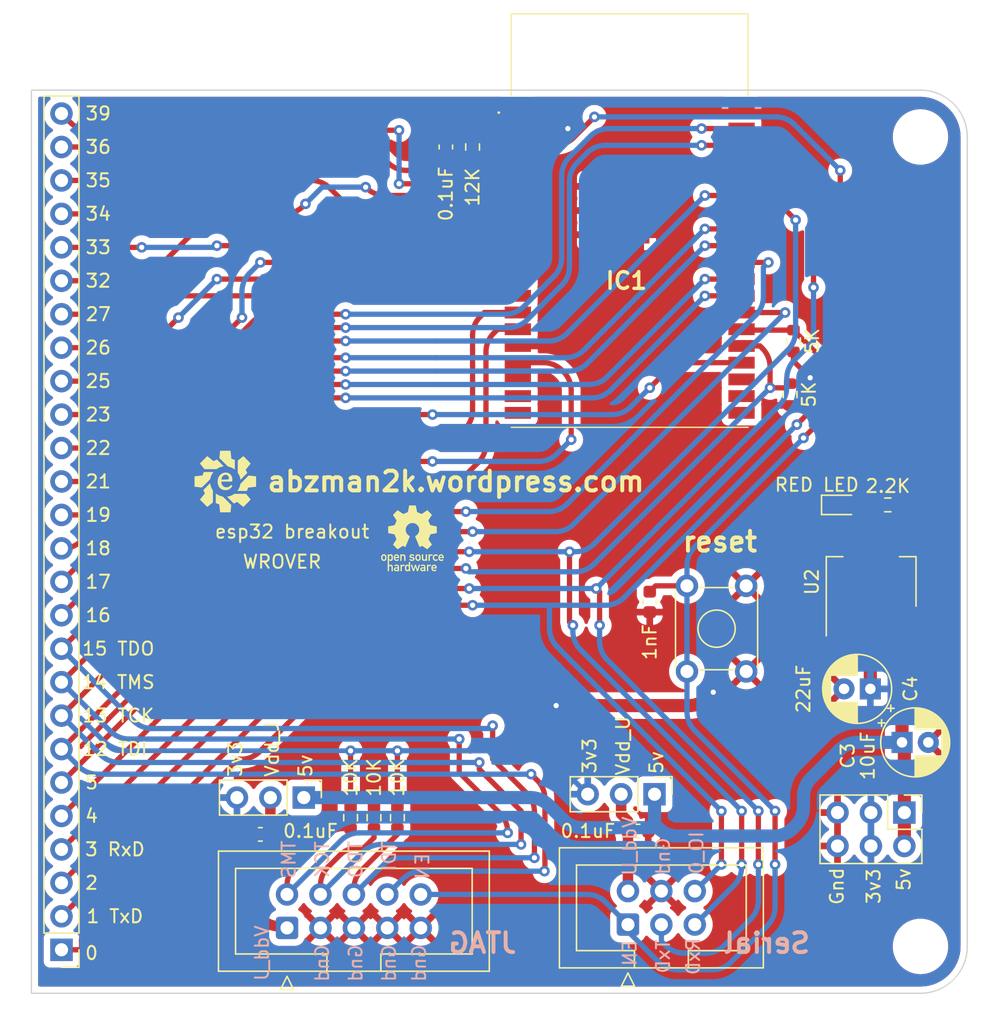
<source format=kicad_pcb>
(kicad_pcb (version 20211014) (generator pcbnew)
  (layers (0 "F.Cu" signal) (31 "B.Cu" signal) (34 "B.Paste" user) (35 "F.Paste" user) (36 "B.SilkS" user "B.Silkscreen") (37 "F.SilkS" user "F.Silkscreen") (38 "B.Mask" user) (39 "F.Mask" user) (44 "Edge.Cuts" user))
  (net 0 "")
  (net 1 "/ESP_EN")
  (net 2 "GND")
  (net 3 "/VDD_J")
  (net 4 "/VDD_5V")
  (net 5 "/VDD3V3")
  (net 6 "/VDD_U")
  (net 7 "Net-(D1-Pad2)")
  (net 8 "/ESP_IO14")
  (net 9 "/ESP_IO13")
  (net 10 "/ESP_IO15")
  (net 11 "/ESP_IO12")
  (net 12 "/ESP_IO1")
  (net 13 "/ESP_IO3")
  (net 14 "/ESP_IO0")
  (net 15 "/ESP_IO2")
  (net 16 "/ESP_IO4")
  (net 17 "/ESP_IO5")
  (net 18 "/ESP_IO16")
  (net 19 "/ESP_IO17")
  (net 20 "/ESP_IO18")
  (net 21 "/ESP_IO19")
  (net 22 "/ESP_IO21")
  (net 23 "/ESP_IO22")
  (net 24 "/ESP_IO23")
  (net 25 "/ESP_IO25")
  (net 26 "/ESP_IO26")
  (net 27 "/ESP_IO27")
  (net 28 "/ESP_IO32")
  (net 29 "/ESP_IO33")
  (net 30 "/ESP_IO34")
  (net 31 "/ESP_IO35")
  (net 32 "/ESP_IO36")
  (net 33 "/ESP_IO39")
  (footprint "Evan's misc parts:Evan Logo" (layer "F.Cu") (at 136.652 80.518)
    (fp_text reference "G***" hide)
    (fp_text value "LOGO" hide)
  )
  (footprint "Resistor_SMD:R_0603_1608Metric" (layer "F.Cu") (at 149.733 106.045 90)
    (fp_text reference "R6" hide)
    (fp_text value "10K")
  )
  (footprint "Capacitor_SMD:C_0603_1608Metric" (layer "F.Cu") (at 168.91 89.662 90)
    (fp_text reference "C6" hide)
    (fp_text value "1nF")
  )
  (footprint "Capacitor_SMD:C_0603_1608Metric" (layer "F.Cu") (at 168.021 107.061)
    (fp_text reference "C5" hide)
    (fp_text value "0.1uF")
  )
  (footprint "Evan's misc parts:OSHW gear" (layer "F.Cu") (at 150.876 84.836)
    (fp_text reference "G***" hide)
    (fp_text value "LOGO" hide)
  )
  (footprint "Connector_PinHeader_2.54mm:PinHeader_1x03_P2.54mm_Vertical" (layer "F.Cu") (at 142.621 104.521 -90)
    (fp_text reference "J1" hide)
    (fp_text value "Conn_01x03")
  )
  (footprint "Capacitor_SMD:C_0603_1608Metric" (layer "F.Cu") (at 139.319 107.315 180)
    (fp_text reference "C2" hide)
    (fp_text value "0.1uF")
  )
  (footprint "Connector_IDC:IDC-Header_2x05_P2.54mm_Vertical" (layer "F.Cu") (at 141.346 114.4175 90)
    (fp_text reference "J4" hide)
    (fp_text value "Conn_02x05_Odd_Even")
  )
  (footprint "MountingHole:MountingHole_3.2mm_M3" (layer "F.Cu") (at 189.484 115.824)
    (fp_text reference "H2" hide)
    (fp_text value "MountingHole")
  )
  (footprint "MountingHole:MountingHole_3.2mm_M3" (layer "F.Cu") (at 189.484 54.356)
    (fp_text reference "H1" hide)
    (fp_text value "MountingHole")
  )
  (footprint "Capacitor_THT:CP_Radial_D5.0mm_P2.00mm" (layer "F.Cu") (at 185.674 96.266 180)
    (fp_text reference "C4")
    (fp_text value "22uF")
  )
  (footprint "Connector_PinHeader_2.54mm:PinHeader_2x03_P2.54mm_Vertical" (layer "F.Cu") (at 188.259888 105.659 -90)
    (fp_text reference "J3" hide)
    (fp_text value "Conn_02x03_Odd_Even")
  )
  (footprint "Package_TO_SOT_SMD:SOT-223-3_TabPin2" (layer "F.Cu") (at 185.734888 88.138 90)
    (fp_text reference "U2")
    (fp_text value "LD1117S33TR_SOT223")
  )
  (footprint "Evan's misc parts:ESP32WROVEREM213EH6464PH3Q0" (layer "F.Cu") (at 167.386 60.706)
    (fp_text reference "IC1")
    (fp_text value "ESP32-WROVER-E_M213EH6464PH3Q0_" hide)
  )
  (footprint "Capacitor_SMD:C_0603_1608Metric" (layer "F.Cu") (at 153.416 55.118 90)
    (fp_text reference "C1" hide)
    (fp_text value "0.1uF")
  )
  (footprint "Capacitor_THT:CP_Radial_D5.0mm_P2.00mm" (layer "F.Cu") (at 188.081775 100.33)
    (fp_text reference "C3")
    (fp_text value "10uF")
  )
  (footprint "Resistor_SMD:R_0603_1608Metric" (layer "F.Cu") (at 155.448 55.118 -90)
    (fp_text reference "R1" hide)
    (fp_text value "12K")
  )
  (footprint "LED_SMD:LED_0603_1608Metric" (layer "F.Cu") (at 183.448888 82.296)
    (fp_text reference "D1" hide)
    (fp_text value "RED LED")
  )
  (footprint "Resistor_SMD:R_0603_1608Metric" (layer "F.Cu") (at 179.578 73.914 90)
    (fp_text reference "R9" hide)
    (fp_text value "5K")
  )
  (footprint "Resistor_SMD:R_0603_1608Metric" (layer "F.Cu") (at 147.955 106.045 90)
    (fp_text reference "R3" hide)
    (fp_text value "10K")
  )
  (footprint "Resistor_SMD:R_0603_1608Metric" (layer "F.Cu") (at 146.177 106.045 90)
    (fp_text reference "R2" hide)
    (fp_text value "10K")
  )
  (footprint "Connector_IDC:IDC-Header_2x03_P2.54mm_Vertical" (layer "F.Cu") (at 167.254 114.1635 90)
    (fp_text reference "J5" hide)
    (fp_text value "Conn_02x03_Odd_Even")
  )
  (footprint "Connector_PinHeader_2.54mm:PinHeader_1x03_P2.54mm_Vertical" (layer "F.Cu") (at 169.276 104.267 -90)
    (fp_text reference "J2" hide)
    (fp_text value "Conn_01x03")
  )
  (footprint "Resistor_SMD:R_0603_1608Metric" (layer "F.Cu") (at 187.004888 82.296 180)
    (fp_text reference "R4" hide)
    (fp_text value "2.2K")
  )
  (footprint "Resistor_SMD:R_0603_1608Metric" (layer "F.Cu") (at 179.832 69.85 90)
    (fp_text reference "R5" hide)
    (fp_text value "5K")
  )
  (footprint "Button_Switch_THT:SW_TH_Tactile_Omron_B3F-10xx" (layer "F.Cu") (at 176.24 88.444 -90)
    (fp_text reference "SW1" hide)
    (fp_text value "SW_MEC_5E")
  )
  (footprint "Connector_PinHeader_2.54mm:PinHeader_1x26_P2.54mm_Vertical" (layer "F.Cu") (at 124.206 116.078 180)
    (fp_text reference "J6" hide)
    (fp_text value "Conn_01x26")
  )
  (gr_arc (start 193.04 115.824) (mid 191.998472 118.338472) (end 189.484 119.38) (layer "Edge.Cuts") (width 0.1))
  (gr_line (start 189.484 50.8) (end 121.92 50.8) (layer "Edge.Cuts") (width 0.1))
  (gr_line (start 193.04 115.824) (end 193.04 54.356) (layer "Edge.Cuts") (width 0.1))
  (gr_line (start 121.92 50.8) (end 121.92 119.38) (layer "Edge.Cuts") (width 0.1))
  (gr_line (start 121.92 119.38) (end 189.484 119.38) (layer "Edge.Cuts") (width 0.1))
  (gr_arc (start 189.484 50.8) (mid 191.998472 51.841528) (end 193.04 54.356) (layer "Edge.Cuts") (width 0.1))
  (gr_text "Vdd_U" (at 167.386 108.204 90) (layer "B.SilkS") (effects (font (size 1 1)) (justify mirror)))
  (gr_text "IO_0" (at 172.466 108.712 90) (layer "B.SilkS") (effects (font (size 1 1)) (justify mirror)))
  (gr_text "Gnd" (at 144.018 117.094 90) (layer "B.SilkS") (effects (font (size 1 1)) (justify mirror)))
  (gr_text "Gnd" (at 169.926 108.966 90) (layer "B.SilkS") (effects (font (size 1 1)) (justify mirror)))
  (gr_text "TCK" (at 144.018 109.22 90) (layer "B.SilkS") (effects (font (size 1 1)) (justify mirror)))
  (gr_text "EN" (at 151.638 109.728 90) (layer "B.SilkS") (effects (font (size 1 1)) (justify mirror)))
  (gr_text "Gnd" (at 146.558 117.094 90) (layer "B.SilkS") (effects (font (size 1 1)) (justify mirror)))
  (gr_text "TMS" (at 141.478 109.22 90) (layer "B.SilkS") (effects (font (size 1 1)) (justify mirror)))
  (gr_text "RxD" (at 172.212 116.586 90) (layer "B.SilkS") (effects (font (size 1 1)) (justify mirror)))
  (gr_text "Gnd" (at 151.384 117.094 90) (layer "B.SilkS") (effects (font (size 1 1)) (justify mirror)))
  (gr_text "TDO" (at 146.558 109.22 90) (layer "B.SilkS") (effects (font (size 1 1)) (justify mirror)))
  (gr_text "Vdd_J" (at 139.446 116.332 90) (layer "B.SilkS") (effects (font (size 1 1)) (justify mirror)))
  (gr_text "Serial" (at 177.8 115.57) (layer "B.SilkS") (effects (font (size 1.5 1.5) (thickness 0.3)) (justify mirror)))
  (gr_text "EN" (at 167.386 116.332 90) (layer "B.SilkS") (effects (font (size 1 1)) (justify mirror)))
  (gr_text "JTAG" (at 156.21 115.57) (layer "B.SilkS") (effects (font (size 1.5 1.5) (thickness 0.3)) (justify mirror)))
  (gr_text "Gnd" (at 149.098 117.094 90) (layer "B.SilkS") (effects (font (size 1 1)) (justify mirror)))
  (gr_text "TxD" (at 169.926 116.586 90) (layer "B.SilkS") (effects (font (size 1 1)) (justify mirror)))
  (gr_text "TDI" (at 149.098 108.966 90) (layer "B.SilkS") (effects (font (size 1 1)) (justify mirror)))
  (gr_text "3 RxD" (at 128.27 108.458) (layer "F.SilkS") (effects (font (size 1 1))))
  (gr_text "23" (at 127 75.438) (layer "F.SilkS") (effects (font (size 1 1))))
  (gr_text "27" (at 127 67.818) (layer "F.SilkS") (effects (font (size 1 1))))
  (gr_text "2" (at 126.492 110.998) (layer "F.SilkS") (effects (font (size 1 1))))
  (gr_text "abzman2k.wordpress.com" (at 154.178 80.518) (layer "F.SilkS") (effects (font (size 1.5 1.5) (thickness 0.3))))
  (gr_text "Vdd_U" (at 166.878 100.584 90) (layer "F.SilkS") (effects (font (size 1 1))))
  (gr_text "esp32 breakout" (at 141.732 84.328) (layer "F.SilkS") (effects (font (size 1 1))))
  (gr_text "WROVER" (at 140.97 86.614) (layer "F.SilkS") (effects (font (size 1 1))))
  (gr_text "33" (at 127 62.738) (layer "F.SilkS") (effects (font (size 1 1))))
  (gr_text "19" (at 127 83.058) (layer "F.SilkS") (effects (font (size 1 1))))
  (gr_text "26" (at 127 70.358) (layer "F.SilkS") (effects (font (size 1 1))))
  (gr_text "5v" (at 169.418 101.854 90) (layer "F.SilkS") (effects (font (size 1 1))))
  (gr_text "18" (at 127 85.598) (layer "F.SilkS") (effects (font (size 1 1))))
  (gr_text "22" (at 127 77.978) (layer "F.SilkS") (effects (font (size 1 1))))
  (gr_text "4" (at 126.492 105.918) (layer "F.SilkS") (effects (font (size 1 1))))
  (gr_text "17" (at 127 88.138) (layer "F.SilkS") (effects (font (size 1 1))))
  (gr_text "13 TCK" (at 128.524 98.298) (layer "F.SilkS") (effects (font (size 1 1))))
  (gr_text "21" (at 127 80.518) (layer "F.SilkS") (effects (font (size 1 1))))
  (gr_text "12 TDI" (at 128.27 100.838) (layer "F.SilkS") (effects (font (size 1 1))))
  (gr_text "25" (at 127 72.898) (layer "F.SilkS") (effects (font (size 1 1))))
  (gr_text "35" (at 127 57.658) (layer "F.SilkS") (effects (font (size 1 1))))
  (gr_text "reset" (at 174.244 85.09) (layer "F.SilkS") (effects (font (size 1.5 1.5) (thickness 0.3))))
  (gr_text "5v" (at 188.214 110.744 90) (layer "F.SilkS") (effects (font (size 1 1))))
  (gr_text "5" (at 126.492 103.378) (layer "F.SilkS") (effects (font (size 1 1))))
  (gr_text "14 TMS" (at 128.524 95.758) (layer "F.SilkS") (effects (font (size 1 1))))
  (gr_text "0" (at 126.492 116.332) (layer "F.SilkS") (effects (font (size 1 1))))
  (gr_text "16" (at 127 90.678) (layer "F.SilkS") (effects (font (size 1 1))))
  (gr_text "Gnd" (at 183.134 111.252 90) (layer "F.SilkS") (effects (font (size 1 1))))
  (gr_text "36" (at 127 55.118) (layer "F.SilkS") (effects (font (size 1 1))))
  (gr_text "3v3" (at 137.414 101.6 90) (layer "F.SilkS") (effects (font (size 1 1))))
  (gr_text "15 TDO" (at 128.524 93.218) (layer "F.SilkS") (effects (font (size 1 1))))
  (gr_text "5v" (at 142.748 102.108 90) (layer "F.SilkS") (effects (font (size 1 1))))
  (gr_text "1 TxD" (at 128.27 113.538) (layer "F.SilkS") (effects (font (size 1 1))))
  (gr_text "39" (at 127 52.578) (layer "F.SilkS") (effects (font (size 1 1))))
  (gr_text "3v3" (at 164.338 101.346 90) (layer "F.SilkS") (effects (font (size 1 1))))
  (gr_text "34" (at 127 60.198) (layer "F.SilkS") (effects (font (size 1 1))))
  (gr_text "3v3" (at 185.928 111.252 90) (layer "F.SilkS") (effects (font (size 1 1))))
  (gr_text "32" (at 127 65.278) (layer "F.SilkS") (effects (font (size 1 1))))
  (gr_text "Vdd_J" (at 140.208 100.838 90) (layer "F.SilkS") (effects (font (size 1 1))))
  (segment (start 183.388 56.896) (end 183.388 66.04) (width 0.4) (layer "F.Cu") (net 1))
  (segment (start 164.70668 52.832) (end 163.133467 54.405213) (width 0.4) (layer "F.Cu") (net 1))
  (segment (start 178.435 106.299) (end 178.435 105.537) (width 0.4) (layer "F.Cu") (net 1))
  (segment (start 156.513214 55.576786) (end 156.147 55.943) (width 0.4) (layer "F.Cu") (net 1))
  (segment (start 178.435 109.601) (end 178.435 106.299) (width 0.4) (layer "F.Cu") (net 1))
  (segment (start 171.74 88.444) (end 169.353 88.444) (width 0.4) (layer "F.Cu") (net 1))
  (segment (start 153.466 55.943) (end 153.416 55.893) (width 0.4) (layer "F.Cu") (net 1))
  (segment (start 169.353 88.444) (end 168.91 88.887) (width 0.4) (layer "F.Cu") (net 1))
  (segment (start 156.147 55.943) (end 155.448 55.943) (width 0.4) (layer "F.Cu") (net 1))
  (segment (start 183.388 66.04) (end 183.388 73.593573) (width 0.4) (layer "F.Cu") (net 1))
  (segment (start 161.719253 54.991) (end 157.927427 54.991) (width 0.4) (layer "F.Cu") (net 1))
  (segment (start 155.448 55.943) (end 153.466 55.943) (width 0.4) (layer "F.Cu") (net 1))
  (segment (start 182.802213 75.007787) (end 180.594 77.216) (width 0.4) (layer "F.Cu") (net 1))
  (via (at 183.388 56.896) (size 0.8) (drill 0.4) (layers "F.Cu" "B.Cu") (net 1))
  (via (at 178.435 105.537) (size 0.8) (drill 0.4) (layers "F.Cu" "B.Cu") (net 1))
  (via (at 164.70668 52.832) (size 0.8) (drill 0.4) (layers "F.Cu" "B.Cu") (net 1))
  (via (at 180.594 77.216) (size 0.8) (drill 0.4) (layers "F.Cu" "B.Cu") (net 1))
  (via (at 178.435 109.601) (size 0.8) (drill 0.4) (layers "F.Cu" "B.Cu") (net 1))
  (arc (start 157.927427 54.991) (mid 157.16206 55.143241) (end 156.513214 55.576786) (width 0.4) (layer "F.Cu") (net 1))
  (arc (start 183.388 73.593573) (mid 183.235759 74.35894) (end 182.802213 75.007787) (width 0.4) (layer "F.Cu") (net 1))
  (arc (start 163.133467 54.405213) (mid 162.48462 54.838759) (end 161.719253 54.991) (width 0.4) (layer "F.Cu") (net 1))
  (segment (start 171.74 88.444) (end 171.74 86.898427) (width 0.4) (layer "B.Cu") (net 1))
  (segment (start 178.435 109.601) (end 178.435 112.836573) (width 0.4) (layer "B.Cu") (net 1))
  (segment (start 165.553787 112.463287) (end 167.254 114.1635) (width 0.4) (layer "B.Cu") (net 1))
  (segment (start 175.083787 117.016213) (end 177.849214 114.250786) (width 0.4) (layer "B.Cu") (net 1))
  (segment (start 171.74 94.944) (end 171.74 88.444) (width 0.4) (layer "B.Cu") (net 1))
  (segment (start 167.254 114.676) (end 169.594214 117.016214) (width 0.4) (layer "B.Cu") (net 1))
  (segment (start 171.008427 117.602) (end 173.669573 117.602) (width 0.4) (layer "B.Cu") (net 1))
  (segment (start 151.506 111.8775) (end 164.139573 111.8775) (width 0.4) (layer "B.Cu") (net 1))
  (segment (start 179.909787 53.417787) (end 181.61 55.118) (width 0.4) (layer "B.Cu") (net 1))
  (segment (start 164.70668 52.832) (end 178.495573 52.832) (width 0.4) (layer "B.Cu") (net 1))
  (segment (start 172.325787 85.484213) (end 180.594 77.216) (width 0.4) (layer "B.Cu") (net 1))
  (segment (start 171.74 98.013573) (end 171.74 94.944) (width 0.4) (layer "B.Cu") (net 1))
  (segment (start 181.61 55.118) (end 183.388 56.896) (width 0.4) (layer "B.Cu") (net 1))
  (segment (start 178.435 105.537) (end 172.325786 99.427786) (width 0.4) (layer "B.Cu") (net 1))
  (segment (start 167.254 114.1635) (end 167.254 114.676) (width 0.4) (layer "B.Cu") (net 1))
  (arc (start 164.139573 111.8775) (mid 164.90494 112.029741) (end 165.553787 112.463287) (width 0.4) (layer "B.Cu") (net 1))
  (arc (start 172.325786 99.427786) (mid 171.892241 98.77894) (end 171.74 98.013573) (width 0.4) (layer "B.Cu") (net 1))
  (arc (start 172.325787 85.484213) (mid 171.892241 86.13306) (end 171.74 86.898427) (width 0.4) (layer "B.Cu") (net 1))
  (arc (start 173.669573 117.602) (mid 174.43494 117.449759) (end 175.083787 117.016213) (width 0.4) (layer "B.Cu") (net 1))
  (arc (start 178.495573 52.832) (mid 179.26094 52.984241) (end 179.909787 53.417787) (width 0.4) (layer "B.Cu") (net 1))
  (arc (start 169.594214 117.016214) (mid 170.24306 117.449759) (end 171.008427 117.602) (width 0.4) (layer "B.Cu") (net 1))
  (arc (start 178.435 112.836573) (mid 178.282759 113.60194) (end 177.849214 114.250786) (width 0.4) (layer "B.Cu") (net 1))
  (segment (start 139.396787 110.031213) (end 139.508214 109.919786) (width 0.8) (layer "F.Cu") (net 3))
  (segment (start 139.368213 113.714213) (end 138.811 113.157) (width 0.8) (layer "F.Cu") (net 3))
  (segment (start 140.081 104.521) (end 140.081 107.302) (width 0.8) (layer "F.Cu") (net 3))
  (segment (start 140.081 107.302) (end 140.094 107.315) (width 0.8) (layer "F.Cu") (net 3))
  (segment (start 138.811 113.157) (end 138.811 111.445427) (width 0.8) (layer "F.Cu") (net 3))
  (segment (start 141.2285 114.3) (end 140.782427 114.3) (width 0.8) (layer "F.Cu") (net 3))
  (segment (start 140.094 108.505573) (end 140.094 107.315) (width 0.8) (layer "F.Cu") (net 3))
  (arc (start 140.094 108.505573) (mid 139.941759 109.27094) (end 139.508214 109.919786) (width 0.8) (layer "F.Cu") (net 3))
  (arc (start 138.811 111.445427) (mid 138.963241 110.68006) (end 139.396787 110.031213) (width 0.8) (layer "F.Cu") (net 3))
  (arc (start 140.782427 114.3) (mid 140.01706 114.147759) (end 139.368213 113.714213) (width 0.8) (layer "F.Cu") (net 3))
  (segment (start 188.081775 91.334887) (end 188.034888 91.288) (width 1) (layer "F.Cu") (net 4))
  (segment (start 188.259888 105.659) (end 188.259888 100.508113) (width 1) (layer "F.Cu") (net 4))
  (segment (start 188.259888 100.508113) (end 188.081775 100.33) (width 1) (layer "F.Cu") (net 4))
  (segment (start 188.081775 100.33) (end 188.081775 91.334887) (width 1) (layer "F.Cu") (net 4))
  (segment (start 188.259888 108.199) (end 188.259888 105.659) (width 1) (layer "F.Cu") (net 4))
  (segment (start 181.179787 103.046213) (end 183.310214 100.915786) (width 1) (layer "B.Cu") (net 4))
  (segment (start 179.792287 106.85526) (end 180.008214 106.639333) (width 1) (layer "B.Cu") (net 4))
  (segment (start 180.594 105.22512) (end 180.594 104.460427) (width 1) (layer "B.Cu") (net 4))
  (segment (start 169.59326 106.85526) (end 169.276 106.538) (width 1) (layer "B.Cu") (net 4))
  (segment (start 169.007 106.807) (end 169.276 106.538) (width 1) (layer "B.Cu") (net 4))
  (segment (start 169.276 104.267) (end 169.276 106.538) (width 1) (layer "B.Cu") (net 4))
  (segment (start 142.621 104.521) (end 159.826573 104.521) (width 1) (layer "B.Cu") (net 4))
  (segment (start 184.724427 100.33) (end 188.081775 100.33) (width 1) (layer "B.Cu") (net 4))
  (segment (start 163.769427 106.807) (end 169.007 106.807) (width 1) (layer "B.Cu") (net 4))
  (segment (start 161.240787 105.106787) (end 162.355214 106.221214) (width 1) (layer "B.Cu") (net 4))
  (segment (start 178.378073 107.441047) (end 171.007474 107.441047) (width 1) (layer "B.Cu") (net 4))
  (arc (start 180.594 105.22512) (mid 180.441759 105.990487) (end 180.008214 106.639333) (width 1) (layer "B.Cu") (net 4))
  (arc (start 169.59326 106.85526) (mid 170.242107 107.288806) (end 171.007474 107.441047) (width 1) (layer "B.Cu") (net 4))
  (arc (start 159.826573 104.521) (mid 160.59194 104.673241) (end 161.240787 105.106787) (width 1) (layer "B.Cu") (net 4))
  (arc (start 184.724427 100.33) (mid 183.95906 100.482241) (end 183.310214 100.915786) (width 1) (layer "B.Cu") (net 4))
  (arc (start 180.594 104.460427) (mid 180.746241 103.69506) (end 181.179787 103.046213) (width 1) (layer "B.Cu") (net 4))
  (arc (start 178.378073 107.441047) (mid 179.14344 107.288806) (end 179.792287 106.85526) (width 1) (layer "B.Cu") (net 4))
  (arc (start 163.769427 106.807) (mid 163.00406 106.654759) (end 162.355214 106.221214) (width 1) (layer "B.Cu") (net 4))
  (segment (start 161.798 97.536) (end 171.891573 97.536) (width 1) (layer "F.Cu") (net 5))
  (segment (start 158.886 53.721) (end 162.687 53.721) (width 0.4) (layer "F.Cu") (net 5))
  (segment (start 185.674 96.266) (end 185.674 91.348888) (width 1) (layer "F.Cu") (net 5))
  (segment (start 146.177 105.22) (end 146.177 100.965) (width 0.4) (layer "F.Cu") (net 5))
  (segment (start 185.674 91.348888) (end 185.734888 91.288) (width 1) (layer "F.Cu") (net 5))
  (segment (start 185.734888 91.288) (end 185.734888 84.988) (width 1) (layer "F.Cu") (net 5))
  (segment (start 187.829888 82.296) (end 187.829888 82.893) (width 0.4) (layer "F.Cu") (net 5))
  (segment (start 158.886 53.721) (end 156.02 53.721) (width 0.4) (layer "F.Cu") (net 5))
  (segment (start 179.832 71.374) (end 181.102 72.644) (width 0.4) (layer "F.Cu") (net 5))
  (segment (start 187.829888 82.893) (end 185.734888 84.988) (width 0.4) (layer "F.Cu") (net 5))
  (segment (start 149.733 105.22) (end 149.733 100.965) (width 0.4) (layer "F.Cu") (net 5))
  (segment (start 173.305787 96.950213) (end 173.736 96.52) (width 1) (layer "F.Cu") (net 5))
  (segment (start 156.02 53.721) (end 155.448 54.293) (width 0.4) (layer "F.Cu") (net 5))
  (segment (start 179.832 70.675) (end 179.832 71.374) (width 0.4) (layer "F.Cu") (net 5))
  (via (at 181.102 72.644) (size 0.8) (drill 0.4) (layers "F.Cu" "B.Cu") (net 5))
  (via (at 173.736 96.52) (size 0.8) (drill 0.4) (layers "F.Cu" "B.Cu") (net 5))
  (via (at 146.177 100.965) (size 0.8) (drill 0.4) (layers "F.Cu" "B.Cu") (net 5))
  (via (at 149.733 100.965) (size 0.8) (drill 0.4) (layers "F.Cu" "B.Cu") (net 5))
  (via (at 161.798 97.536) (size 0.8) (drill 0.4) (layers "F.Cu" "B.Cu") (net 5))
  (via (at 162.687 53.721) (size 0.8) (drill 0.4) (layers "F.Cu" "B.Cu") (net 5))
  (arc (start 173.305787 96.950213) (mid 172.65694 97.383759) (end 171.891573 97.536) (width 1) (layer "F.Cu") (net 5))
  (segment (start 161.479787 101.550787) (end 162.0445 102.1155) (width 0.4) (layer "B.Cu") (net 5))
  (segment (start 146.177 100.965) (end 149.733 100.965) (width 0.4) (layer "B.Cu") (net 5))
  (segment (start 162.0445 102.1155) (end 164.196 104.267) (width 0.4) (layer "B.Cu") (net 5))
  (segment (start 149.733 100.965) (end 160.065573 100.965) (width 0.4) (layer "B.Cu") (net 5))
  (arc (start 161.479787 101.550787) (mid 160.83094 101.117241) (end 160.065573 100.965) (width 0.4) (layer "B.Cu") (net 5))
  (segment (start 167.254 111.6235) (end 167.254 107.069) (width 0.8) (layer "F.Cu") (net 6))
  (segment (start 166.736 105.776) (end 166.736 104.267) (width 0.8) (layer "F.Cu") (net 6))
  (segment (start 167.254 107.069) (end 167.246 107.061) (width 0.8) (layer "F.Cu") (net 6))
  (segment (start 167.246 106.286) (end 166.736 105.776) (width 0.8) (layer "F.Cu") (net 6))
  (segment (start 167.246 107.061) (end 167.246 106.286) (width 0.8) (layer "F.Cu") (net 6))
  (segment (start 184.236388 82.296) (end 186.179888 82.296) (width 0.4) (layer "F.Cu") (net 7))
  (segment (start 156.033787 67.994213) (end 156.342 67.686) (width 0.4) (layer "F.Cu") (net 8))
  (segment (start 154.432 102.616) (end 154.432 101.854) (width 0.4) (layer "F.Cu") (net 8))
  (segment (start 154.432 101.092) (end 154.432 100.838) (width 0.4) (layer "F.Cu") (net 8))
  (segment (start 154.432 101.854) (end 154.432 101.092) (width 0.4) (layer "F.Cu") (net 8))
  (segment (start 154.763787 76.630213) (end 154.862214 76.531786) (width 0.4) (layer "F.Cu") (net 8))
  (segment (start 156.342 67.686) (end 158.886 67.686) (width 0.4) (layer "F.Cu") (net 8))
  (segment (start 154.432 100.838) (end 154.432 100.33) (width 0.4) (layer "F.Cu") (net 8))
  (segment (start 141.346 111.8775) (end 141.346 111.196427) (width 0.4) (layer "F.Cu") (net 8))
  (segment (start 155.448 75.117573) (end 155.448 69.408427) (width 0.4) (layer "F.Cu") (net 8))
  (segment (start 154.559 102.743) (end 154.432 102.616) (width 0.4) (layer "F.Cu") (net 8))
  (segment (start 154.432 100.33) (end 154.432 100.076) (width 0.4) (layer "F.Cu") (net 8))
  (segment (start 145.672427 106.87) (end 146.177 106.87) (width 0.4) (layer "F.Cu") (net 8))
  (segment (start 158.115 107.19852) (end 158.115 107.127427) (width 0.4) (layer "F.Cu") (net 8))
  (segment (start 141.931787 109.782213) (end 144.258214 107.455786) (width 0.4) (layer "F.Cu") (net 8))
  (segment (start 142.162213 77.801787) (end 124.206 95.758) (width 0.4) (layer "F.Cu") (net 8))
  (segment (start 143.576427 77.216) (end 153.349573 77.216) (width 0.4) (layer "F.Cu") (net 8))
  (segment (start 157.529213 105.713213) (end 154.559 102.743) (width 0.4) (layer "F.Cu") (net 8))
  (via (at 158.115 107.19852) (size 0.8) (drill 0.4) (layers "F.Cu" "B.Cu") (net 8))
  (via (at 154.432 100.076) (size 0.8) (drill 0.4) (layers "F.Cu" "B.Cu") (net 8))
  (arc (start 154.763787 76.630213) (mid 154.11494 77.063759) (end 153.349573 77.216) (width 0.4) (layer "F.Cu") (net 8))
  (arc (start 141.346 111.196427) (mid 141.498241 110.43106) (end 141.931787 109.782213) (width 0.4) (layer "F.Cu") (net 8))
  (arc (start 144.258214 107.455786) (mid 144.90706 107.022241) (end 145.672427 106.87) (width 0.4) (layer "F.Cu") (net 8))
  (arc (start 154.862214 76.531786) (mid 155.295759 75.88294) (end 155.448 75.117573) (width 0.4) (layer "F.Cu") (net 8))
  (arc (start 143.576427 77.216) (mid 142.81106 77.368241) (end 142.162213 77.801787) (width 0.4) (layer "F.Cu") (net 8))
  (arc (start 156.033787 67.994213) (mid 155.600241 68.64306) (end 155.448 69.408427) (width 0.4) (layer "F.Cu") (net 8))
  (arc (start 158.115 107.127427) (mid 157.962759 106.36206) (end 157.529213 105.713213) (width 0.4) (layer "F.Cu") (net 8))
  (segment (start 154.432 100.076) (end 129.352427 100.076) (width 0.4) (layer "B.Cu") (net 8))
  (segment (start 127.938213 99.490213) (end 124.206 95.758) (width 0.4) (layer "B.Cu") (net 8))
  (segment (start 141.346 111.8775) (end 145.439194 107.784306) (width 0.4) (layer "B.Cu") (net 8))
  (segment (start 146.853407 107.19852) (end 158.115 107.19852) (width 0.4) (layer "B.Cu") (net 8))
  (arc (start 129.352427 100.076) (mid 128.58706 99.923759) (end 127.938213 99.490213) (width 0.4) (layer "B.Cu") (net 8))
  (arc (start 145.439194 107.784306) (mid 146.08804 107.350761) (end 146.853407 107.19852) (width 0.4) (layer "B.Cu") (net 8))
  (segment (start 143.886 111.8775) (end 143.886 111.196427) (width 0.4) (layer "F.Cu") (net 9))
  (segment (start 155.956 102.362) (end 155.956 101.854) (width 0.4) (layer "F.Cu") (net 9))
  (segment (start 142.924213 79.579787) (end 124.206 98.298) (width 0.4) (layer "F.Cu") (net 9))
  (segment (start 156.337 102.743) (end 155.956 102.362) (width 0.4) (layer "F.Cu") (net 9))
  (segment (start 159.131 108.077) (end 159.131 105.537) (width 0.4) (layer "F.Cu") (net 9))
  (segment (start 162.355213 72.185213) (end 162.251786 72.081786) (width 0.4) (layer "F.Cu") (net 9))
  (segment (start 162.941 77.343) (end 162.941 73.599427) (width 0.4) (layer "F.Cu") (net 9))
  (segment (start 160.837573 71.496) (end 159.48552 71.496) (width 0.4) (layer "F.Cu") (net 9))
  (segment (start 147.193 108.331) (end 147.955 107.569) (width 0.4) (layer "F.Cu") (net 9))
  (segment (start 147.955 107.569) (end 147.955 106.87) (width 0.4) (layer "F.Cu") (net 9))
  (segment (start 158.75 105.156) (end 156.464 102.87) (width 0.4) (layer "F.Cu") (net 9))
  (segment (start 144.338427 78.994) (end 152.4 78.994) (width 0.4) (layer "F.Cu") (net 9))
  (segment (start 156.464 102.87) (end 156.337 102.743) (width 0.4) (layer "F.Cu") (net 9))
  (segment (start 144.471787 109.782213) (end 145.337214 108.916786) (width 0.4) (layer "F.Cu") (net 9))
  (segment (start 146.751427 108.331) (end 147.193 108.331) (width 0.4) (layer "F.Cu") (net 9))
  (segment (start 159.131 105.537) (end 158.75 105.156) (width 0.4) (layer "F.Cu") (net 9))
  (via (at 152.4 78.994) (size 0.8) (drill 0.4) (layers "F.Cu" "B.Cu") (net 9))
  (via (at 162.941 77.343) (size 0.8) (drill 0.4) (layers "F.Cu" "B.Cu") (net 9))
  (via (at 159.131 108.077) (size 0.8) (drill 0.4) (layers "F.Cu" "B.Cu") (net 9))
  (via (at 155.956 101.854) (size 0.8) (drill 0.4) (layers "F.Cu" "B.Cu") (net 9))
  (arc (start 146.751427 108.331) (mid 145.98606 108.483241) (end 145.337214 108.916786) (width 0.4) (layer "F.Cu") (net 9))
  (arc (start 162.251786 72.081786) (mid 161.60294 71.648241) (end 160.837573 71.496) (width 0.4) (layer "F.Cu") (net 9))
  (arc (start 162.355213 72.185213) (mid 162.788759 72.83406) (end 162.941 73.599427) (width 0.4) (layer "F.Cu") (net 9))
  (arc (start 143.886 111.196427) (mid 144.038241 110.43106) (end 144.471787 109.782213) (width 0.4) (layer "F.Cu") (net 9))
  (arc (start 144.338427 78.994) (mid 143.57306 79.146241) (end 142.924213 79.579787) (width 0.4) (layer "F.Cu") (net 9))
  (segment (start 143.886 111.8775) (end 147.100714 108.662786) (width 0.4) (layer "B.Cu") (net 9))
  (segment (start 160.461573 78.994) (end 152.4 78.994) (width 0.4) (layer "B.Cu") (net 9))
  (segment (start 148.514927 108.077) (end 159.131 108.077) (width 0.4) (layer "B.Cu") (net 9))
  (segment (start 155.956 101.854) (end 128.590427 101.854) (width 0.4) (layer "B.Cu") (net 9))
  (segment (start 127.176213 101.268213) (end 124.206 98.298) (width 0.4) (layer "B.Cu") (net 9))
  (segment (start 162.941 77.343) (end 161.875786 78.408214) (width 0.4) (layer "B.Cu") (net 9))
  (arc (start 128.590427 101.854) (mid 127.82506 101.701759) (end 127.176213 101.268213) (width 0.4) (layer "B.Cu") (net 9))
  (arc (start 147.100714 108.662786) (mid 147.74956 108.229241) (end 148.514927 108.077) (width 0.4) (layer "B.Cu") (net 9))
  (arc (start 161.875786 78.408214) (mid 161.22694 78.841759) (end 160.461573 78.994) (width 0.4) (layer "B.Cu") (net 9))
  (segment (start 158.115 102.743) (end 157.48 102.108) (width 0.4) (layer "F.Cu") (net 10))
  (segment (start 146.426 111.8775) (end 146.426 111.450427) (width 0.4) (layer "F.Cu") (net 10))
  (segment (start 147.011787 110.036213) (end 149.733 107.315) (width 0.4) (layer "F.Cu") (net 10))
  (segment (start 141.400213 76.023787) (end 124.206 93.218) (width 0.4) (layer "F.Cu") (net 10))
  (segment (start 156.972 101.6) (end 156.972 99.06) (width 0.4) (layer "F.Cu") (net 10))
  (segment (start 171.648427 71.496) (end 175.886 71.496) (width 0.4) (layer "F.Cu") (net 10))
  (segment (start 159.561213 104.189213) (end 158.115 102.743) (width 0.4) (layer "F.Cu") (net 10))
  (segment (start 142.814427 75.438) (end 152.4 75.438) (width 0.4) (layer "F.Cu") (net 10))
  (segment (start 160.147 109.093) (end 160.147 105.603427) (width 0.4) (layer "F.Cu") (net 10))
  (segment (start 157.48 102.108) (end 156.972 101.6) (width 0.4) (layer "F.Cu") (net 10))
  (segment (start 149.733 107.315) (end 149.733 106.87) (width 0.4) (layer "F.Cu") (net 10))
  (segment (start 170.234213 72.081787) (end 168.91 73.406) (width 0.4) (layer "F.Cu") (net 10))
  (via (at 160.147 109.093) (size 0.8) (drill 0.4) (layers "F.Cu" "B.Cu") (net 10))
  (via (at 168.91 73.406) (size 0.8) (drill 0.4) (layers "F.Cu" "B.Cu") (net 10))
  (via (at 156.972 99.06) (size 0.8) (drill 0.4) (layers "F.Cu" "B.Cu") (net 10))
  (via (at 152.4 75.438) (size 0.8) (drill 0.4) (layers "F.Cu" "B.Cu") (net 10))
  (arc (start 141.400213 76.023787) (mid 142.04906 75.590241) (end 142.814427 75.438) (width 0.4) (layer "F.Cu") (net 10))
  (arc (start 159.561213 104.189213) (mid 159.994759 104.83806) (end 160.147 105.603427) (width 0.4) (layer "F.Cu") (net 10))
  (arc (start 146.426 111.450427) (mid 146.578241 110.68506) (end 147.011787 110.036213) (width 0.4) (layer "F.Cu") (net 10))
  (arc (start 170.234213 72.081787) (mid 170.88306 71.648241) (end 171.648427 71.496) (width 0.4) (layer "F.Cu") (net 10))
  (segment (start 156.755511 99.276489) (end 131.092916 99.276489) (width 0.4) (layer "B.Cu") (net 10))
  (segment (start 168.91 73.406) (end 167.463786 74.852214) (width 0.4) (layer "B.Cu") (net 10))
  (segment (start 150.038927 109.093) (end 160.147 109.093) (width 0.4) (layer "B.Cu") (net 10))
  (segment (start 129.678702 98.690702) (end 124.206 93.218) (width 0.4) (layer "B.Cu") (net 10))
  (segment (start 166.049573 75.438) (end 152.4 75.438) (width 0.4) (layer "B.Cu") (net 10))
  (segment (start 156.972 99.06) (end 156.755511 99.276489) (width 0.4) (layer "B.Cu") (net 10))
  (segment (start 146.426 111.8775) (end 148.624714 109.678786) (width 0.4) (layer "B.Cu") (net 10))
  (arc (start 131.092916 99.276489) (mid 130.327549 99.124248) (end 129.678702 98.690702) (width 0.4) (layer "B.Cu") (net 10))
  (arc (start 148.624714 109.678786) (mid 149.27356 109.245241) (end 150.038927 109.093) (width 0.4) (layer "B.Cu") (net 10))
  (arc (start 167.463786 74.852214) (mid 166.81494 75.285759) (end 166.049573 75.438) (width 0.4) (layer "B.Cu") (net 10))
  (segment (start 156.464 77.657573) (end 156.464 70.678427) (width 0.4) (layer "F.Cu") (net 11))
  (segment (start 124.206 100.838) (end 143.432213 81.611787) (width 0.4) (layer "F.Cu") (net 11))
  (segment (start 157.358 68.956) (end 158.886 68.956) (width 0.4) (layer "F.Cu") (net 11))
  (segment (start 144.846427 81.026) (end 153.095573 81.026) (width 0.4) (layer "F.Cu") (net 11))
  (segment (start 160.360724 103.210724) (end 159.893 102.743) (width 0.4) (layer "F.Cu") (net 11))
  (segment (start 154.509787 80.440213) (end 155.878214 79.071786) (width 0.4) (layer "F.Cu") (net 11))
  (segment (start 160.946511 110.071489) (end 160.946511 104.624938) (width 0.4) (layer "F.Cu") (net 11))
  (segment (start 157.049787 69.264213) (end 157.358 68.956) (width 0.4) (layer "F.Cu") (net 11))
  (segment (start 160.909 110.109) (end 160.946511 110.071489) (width 0.4) (layer "F.Cu") (net 11))
  (via (at 159.893 102.743) (size 0.8) (drill 0.4) (layers "F.Cu" "B.Cu") (net 11))
  (via (at 160.909 110.109) (size 0.8) (drill 0.4) (layers "F.Cu" "B.Cu") (net 11))
  (arc (start 156.464 70.678427) (mid 156.616241 69.91306) (end 157.049787 69.264213) (width 0.4) (layer "F.Cu") (net 11))
  (arc (start 143.432213 81.611787) (mid 144.08106 81.178241) (end 144.846427 81.026) (width 0.4) (layer "F.Cu") (net 11))
  (arc (start 156.464 77.657573) (mid 156.311759 78.42294) (end 155.878214 79.071786) (width 0.4) (layer "F.Cu") (net 11))
  (arc (start 153.095573 81.026) (mid 153.86094 80.873759) (end 154.509787 80.440213) (width 0.4) (layer "F.Cu") (net 11))
  (arc (start 160.360724 103.210724) (mid 160.79427 103.859571) (end 160.946511 104.624938) (width 0.4) (layer "F.Cu") (net 11))
  (segment (start 151.562927 110.109) (end 160.909 110.109) (width 0.4) (layer "B.Cu") (net 11))
  (segment (start 125.525213 102.157213) (end 124.206 100.838) (width 0.4) (layer "B.Cu") (net 11))
  (segment (start 148.966 111.8775) (end 150.148714 110.694786) (width 0.4) (layer "B.Cu") (net 11))
  (segment (start 159.893 102.743) (end 126.939427 102.743) (width 0.4) (layer "B.Cu") (net 11))
  (arc (start 126.939427 102.743) (mid 126.17406 102.590759) (end 125.525213 102.157213) (width 0.4) (layer "B.Cu") (net 11))
  (arc (start 151.562927 110.109) (mid 150.79756 110.261241) (end 150.148714 110.694786) (width 0.4) (layer "B.Cu") (net 11))
  (segment (start 181.356 58.486427) (end 181.356 65.786) (width 0.4) (layer "F.Cu") (net 12))
  (segment (start 180.544787 56.846787) (end 180.770214 57.072214) (width 0.4) (layer "F.Cu") (net 12))
  (segment (start 177.165 109.601) (end 177.165 105.537) (width 0.4) (layer "F.Cu") (net 12))
  (segment (start 175.886 56.261) (end 179.130573 56.261) (width 0.4) (layer "F.Cu") (net 12))
  (segment (start 149.926427 88.646) (end 155.194 88.646) (width 0.4) (layer "F.Cu") (net 12))
  (segment (start 165.1 88.9) (end 164.846 88.646) (width 0.4) (layer "F.Cu") (net 12))
  (segment (start 165.1 91.44) (end 165.1 88.9) (width 0.4) (layer "F.Cu") (net 12))
  (segment (start 148.512213 89.231787) (end 124.206 113.538) (width 0.4) (layer "F.Cu") (net 12))
  (via (at 164.846 88.646) (size 0.8) (drill 0.4) (layers "F.Cu" "B.Cu") (net 12))
  (via (at 165.1 91.44) (size 0.8) (drill 0.4) (layers "F.Cu" "B.Cu") (net 12))
  (via (at 177.165 109.601) (size 0.8) (drill 0.4) (layers "F.Cu" "B.Cu") (net 12))
  (via (at 177.165 105.537) (size 0.8) (drill 0.4) (layers "F.Cu" "B.Cu") (net 12))
  (via (at 155.194 88.646) (size 0.8) (drill 0.4) (layers "F.Cu" "B.Cu") (net 12))
  (via (at 181.356 65.786) (size 0.8) (drill 0.4) (layers "F.Cu" "B.Cu") (net 12))
  (arc (start 181.356 58.486427) (mid 181.203759 57.72106) (end 180.770214 57.072214) (width 0.4) (layer "F.Cu") (net 12))
  (arc (start 149.926427 88.646) (mid 149.16106 88.798241) (end 148.512213 89.231787) (width 0.4) (layer "F.Cu") (net 12))
  (arc (start 179.130573 56.261) (mid 179.89594 56.413241) (end 180.544787 56.846787) (width 0.4) (layer "F.Cu") (net 12))
  (segment (start 181.356 65.786) (end 181.356 69.342) (width 0.4) (layer "B.Cu") (net 12))
  (segment (start 173.161573 116.332) (end 171.516427 116.332) (width 0.4) (layer "B.Cu") (net 12))
  (segment (start 179.324 72.710427) (end 179.324 73.339573) (width 0.4) (layer "B.Cu") (net 12))
  (segment (start 177.165 109.601) (end 177.165 112.328573) (width 0.4) (layer "B.Cu") (net 12))
  (segment (start 177.165 105.537) (end 165.685786 94.057786) (width 0.4) (layer "B.Cu") (net 12))
  (segment (start 169.794 115.438) (end 169.794 114.1635) (width 0.4) (layer "B.Cu") (net 12))
  (segment (start 164.846 88.646) (end 155.194 88.646) (width 0.4) (layer "B.Cu") (net 12))
  (segment (start 178.738213 74.753787) (end 164.846 88.646) (width 0.4) (layer "B.Cu") (net 12))
  (segment (start 181.356 69.342) (end 181.356 69.85) (width 0.4) (layer "B.Cu") (net 12))
  (segment (start 181.356 69.85) (end 179.909786 71.296214) (width 0.4) (layer "B.Cu") (net 12))
  (segment (start 176.579213 113.742787) (end 174.575786 115.746214) (width 0.4) (layer "B.Cu") (net 12))
  (segment (start 170.102213 115.746213) (end 169.794 115.438) (width 0.4) (layer "B.Cu") (net 12))
  (segment (start 165.1 92.643573) (end 165.1 91.44) (width 0.4) (layer "B.Cu") (net 12))
  (arc (start 179.324 73.339573) (mid 179.171759 74.10494) (end 178.738213 74.753787) (width 0.4) (layer "B.Cu") (net 12))
  (arc (start 179.324 72.710427) (mid 179.476241 71.94506) (end 179.909786 71.296214) (width 0.4) (layer "B.Cu") (net 12))
  (arc (start 176.579213 113.742787) (mid 177.012759 113.09394) (end 177.165 112.328573) (width 0.4) (layer "B.Cu") (net 12))
  (arc (start 171.516427 116.332) (mid 170.75106 116.179759) (end 170.102213 115.746213) (width 0.4) (layer "B.Cu") (net 12))
  (arc (start 174.575786 115.746214) (mid 173.92694 116.179759) (end 173.161573 116.332) (width 0.4) (layer "B.Cu") (net 12))
  (arc (start 165.1 92.643573) (mid 165.252241 93.40894) (end 165.685786 94.057786) (width 0.4) (layer "B.Cu") (net 12))
  (segment (start 179.996511 60.662489) (end 177.450808 58.116786) (width 0.4) (layer "F.Cu") (net 13))
  (segment (start 155.194 85.852) (end 147.640427 85.852) (width 0.4) (layer "F.Cu") (net 13))
  (segment (start 175.895 109.601) (end 175.895 105.537) (width 0.4) (layer "F.Cu") (net 13))
  (segment (start 162.814 91.186) (end 163.068 91.44) (width 0.4) (layer "F.Cu") (net 13))
  (segment (start 176.036595 57.531) (end 175.886 57.531) (width 0.4) (layer "F.Cu") (net 13))
  (segment (start 146.226213 86.437787) (end 124.206 108.458) (width 0.4) (layer "F.Cu") (net 13))
  (segment (start 162.814 85.852) (end 162.814 91.186) (width 0.4) (layer "F.Cu") (net 13))
  (via (at 162.814 85.852) (size 0.8) (drill 0.4) (layers "F.Cu" "B.Cu") (net 13))
  (via (at 155.194 85.852) (size 0.8) (drill 0.4) (layers "F.Cu" "B.Cu") (net 13))
  (via (at 175.895 109.601) (size 0.8) (drill 0.4) (layers "F.Cu" "B.Cu") (net 13))
  (via (at 163.068 91.44) (size 0.8) (drill 0.4) (layers "F.Cu" "B.Cu") (net 13))
  (via (at 179.996511 60.662489) (size 0.8) (drill 0.4) (layers "F.Cu" "B.Cu") (net 13))
  (via (at 175.895 105.537) (size 0.8) (drill 0.4) (layers "F.Cu" "B.Cu") (net 13))
  (arc (start 147.640427 85.852) (mid 146.87506 86.004241) (end 146.226213 86.437787) (width 0.4) (layer "F.Cu") (net 13))
  (arc (start 176.036595 57.531) (mid 176.801962 57.683241) (end 177.450808 58.116786) (width 0.4) (layer "F.Cu") (net 13))
  (segment (start 179.996511 60.662489) (end 179.996511 69.111062) (width 0.4) (layer "B.Cu") (net 13))
  (segment (start 176.784 73.152) (end 164.669786 85.266214) (width 0.4) (layer "B.Cu") (net 13))
  (segment (start 163.068 91.881573) (end 163.068 91.44) (width 0.4) (layer "B.Cu") (net 13))
  (segment (start 175.895 109.774073) (end 175.895 109.601) (width 0.4) (layer "B.Cu") (net 13))
  (segment (start 163.255573 85.852) (end 162.814 85.852) (width 0.4) (layer "B.Cu") (net 13))
  (segment (start 175.895 105.537) (end 163.653786 93.295786) (width 0.4) (layer "B.Cu") (net 13))
  (segment (start 172.334 114.1635) (end 175.309214 111.188286) (width 0.4) (layer "B.Cu") (net 13))
  (segment (start 179.410724 70.525276) (end 176.784 73.152) (width 0.4) (layer "B.Cu") (net 13))
  (segment (start 162.814 85.852) (end 155.194 85.852) (width 0.4) (layer "B.Cu") (net 13))
  (arc (start 179.410724 70.525276) (mid 179.84427 69.876429) (end 179.996511 69.111062) (width 0.4) (layer "B.Cu") (net 13))
  (arc (start 163.653786 93.295786) (mid 163.220241 92.64694) (end 163.068 91.881573) (width 0.4) (layer "B.Cu") (net 13))
  (arc (start 175.895 109.774073) (mid 175.742759 110.53944) (end 175.309214 111.188286) (width 0.4) (layer "B.Cu") (net 13))
  (arc (start 163.255573 85.852) (mid 164.02094 85.699759) (end 164.669786 85.266214) (width 0.4) (layer "B.Cu") (net 13))
  (segment (start 155.448 89.916) (end 151.207351 89.916) (width 0.4) (layer "F.Cu") (net 14))
  (segment (start 182.118 72.139427) (end 182.118 73.339573) (width 0.4) (layer "F.Cu") (net 14))
  (segment (start 179.832 69.025) (end 181.532214 70.725214) (width 0.4) (layer "F.Cu") (net 14))
  (segment (start 137.662538 101.605462) (end 135.719248 103.548752) (width 0.4) (layer "F.Cu") (net 14))
  (segment (start 137.861035 101.605462) (end 137.662538 101.605462) (width 0.4) (layer "F.Cu") (net 14))
  (segment (start 149.793137 90.501787) (end 139.275248 101.019676) (width 0.4) (layer "F.Cu") (net 14))
  (segment (start 174.3565 109.601) (end 174.3565 105.5515) (width 0.4) (layer "F.Cu") (net 14))
  (segment (start 175.95 69.025) (end 175.886 68.961) (width 0.4) (layer "F.Cu") (net 14))
  (segment (start 135.133462 105.161462) (end 126.315786 113.979138) (width 0.4) (layer "F.Cu") (net 14))
  (segment (start 179.832 69.025) (end 175.95 69.025) (width 0.4) (layer "F.Cu") (net 14))
  (segment (start 125.73 116.078) (end 124.206 116.078) (width 0.4) (layer "F.Cu") (net 14))
  (segment (start 181.532213 74.753787) (end 180.086 76.2) (width 0.4) (layer "F.Cu") (net 14))
  (segment (start 135.133462 104.962965) (end 135.133462 105.161462) (width 0.4) (layer "F.Cu") (net 14))
  (segment (start 125.73 115.393351) (end 125.73 116.078) (width 0.4) (layer "F.Cu") (net 14))
  (via (at 155.448 89.916) (size 0.8) (drill 0.4) (layers "F.Cu" "B.Cu") (net 14))
  (via (at 180.086 76.2) (size 0.8) (drill 0.4) (layers "F.Cu" "B.Cu") (net 14))
  (via (at 174.3565 109.601) (size 0.8) (drill 0.4) (layers "F.Cu" "B.Cu") (net 14))
  (via (at 174.3565 105.5515) (size 0.8) (drill 0.4) (layers "F.Cu" "B.Cu") (net 14))
  (arc (start 182.118 72.139427) (mid 181.965759 71.37406) (end 181.532214 70.725214) (width 0.4) (layer "F.Cu") (net 14))
  (arc (start 139.275248 101.019676) (mid 138.626402 101.453221) (end 137.861035 101.605462) (width 0.4) (layer "F.Cu") (net 14))
  (arc (start 125.73 115.393351) (mid 125.882241 114.627984) (end 126.315786 113.979138) (width 0.4) (layer "F.Cu") (net 14))
  (arc (start 135.719248 103.548752) (mid 135.285703 104.197598) (end 135.133462 104.962965) (width 0.4) (layer "F.Cu") (net 14))
  (arc (start 182.118 73.339573) (mid 181.965759 74.10494) (end 181.532213 74.753787) (width 0.4) (layer "F.Cu") (net 14))
  (arc (start 149.793137 90.501787) (mid 150.441984 90.068241) (end 151.207351 89.916) (width 0.4) (layer "F.Cu") (net 14))
  (segment (start 161.29 91.656573) (end 161.29 89.916) (width 0.4) (layer "B.Cu") (net 14))
  (segment (start 172.334 111.6235) (end 174.3565 109.601) (width 0.4) (layer "B.Cu") (net 14))
  (segment (start 174.3565 105.5515) (end 161.875786 93.070786) (width 0.4) (layer "B.Cu") (net 14))
  (segment (start 180.086 76.2) (end 166.955786 89.330214) (width 0.4) (layer "B.Cu") (net 14))
  (segment (start 165.541573 89.916) (end 161.29 89.916) (width 0.4) (layer "B.Cu") (net 14))
  (segment (start 161.29 89.916) (end 155.448 89.916) (width 0.4) (layer "B.Cu") (net 14))
  (arc (start 161.875786 93.070786) (mid 161.442241 92.42194) (end 161.29 91.656573) (width 0.4) (layer "B.Cu") (net 14))
  (arc (start 165.541573 89.916) (mid 166.30694 89.763759) (end 166.955786 89.330214) (width 0.4) (layer "B.Cu") (net 14))
  (segment (start 179.261 73.406) (end 179.578 73.089) (width 0.4) (layer "F.Cu") (net 15))
  (segment (start 177.286 70.226) (end 175.886 70.226) (width 0.4) (layer "F.Cu") (net 15))
  (segment (start 178.054 73.406) (end 179.261 73.406) (width 0.4) (layer "F.Cu") (net 15))
  (segment (start 177.468213 70.408213) (end 177.286 70.226) (width 0.4) (layer "F.Cu") (net 15))
  (segment (start 178.054 73.406) (end 178.054 71.822427) (width 0.4) (layer "F.Cu") (net 15))
  (segment (start 147.496213 87.707787) (end 124.206 110.998) (width 0.4) (layer "F.Cu") (net 15))
  (segment (start 148.910427 87.122) (end 154.94 87.122) (width 0.4) (layer "F.Cu") (net 15))
  (via (at 178.054 73.406) (size 0.8) (drill 0.4) (layers "F.Cu" "B.Cu") (net 15))
  (via (at 154.94 87.122) (size 0.8) (drill 0.4) (layers "F.Cu" "B.Cu") (net 15))
  (arc (start 148.910427 87.122) (mid 148.14506 87.274241) (end 147.496213 87.707787) (width 0.4) (layer "F.Cu") (net 15))
  (arc (start 178.054 71.822427) (mid 177.901759 71.05706) (end 177.468213 70.408213) (width 0.4) (layer "F.Cu") (net 15))
  (segment (start 163.255573 87.376) (end 155.194 87.376) (width 0.4) (layer "B.Cu") (net 15))
  (segment (start 155.194 87.376) (end 154.94 87.122) (width 0.4) (layer "B.Cu") (net 15))
  (segment (start 164.669786 86.790214) (end 178.054 73.406) (width 0.4) (layer "B.Cu") (net 15))
  (arc (start 164.669786 86.790214) (mid 164.02094 87.223759) (end 163.255573 87.376) (width 0.4) (layer "B.Cu") (net 15))
  (segment (start 155.448 84.328) (end 146.624427 84.328) (width 0.4) (layer "F.Cu") (net 16))
  (segment (start 175.886 67.691) (end 179.197 67.691) (width 0.4) (layer "F.Cu") (net 16))
  (segment (start 145.210213 84.913787) (end 124.206 105.918) (width 0.4) (layer "F.Cu") (net 16))
  (via (at 179.197 67.691) (size 0.8) (drill 0.4) (layers "F.Cu" "B.Cu") (net 16))
  (via (at 155.448 84.328) (size 0.8) (drill 0.4) (layers "F.Cu" "B.Cu") (net 16))
  (arc (start 146.624427 84.328) (mid 145.85906 84.480241) (end 145.210213 84.913787) (width 0.4) (layer "F.Cu") (net 16))
  (segment (start 179.197 67.691) (end 163.145786 83.742214) (width 0.4) (layer "B.Cu") (net 16))
  (segment (start 161.731573 84.328) (end 155.448 84.328) (width 0.4) (layer "B.Cu") (net 16))
  (arc (start 163.145786 83.742214) (mid 162.49694 84.175759) (end 161.731573 84.328) (width 0.4) (layer "B.Cu") (net 16))
  (segment (start 144.194213 83.389787) (end 124.206 103.378) (width 0.4) (layer "F.Cu") (net 17))
  (segment (start 154.94 82.804) (end 145.608427 82.804) (width 0.4) (layer "F.Cu") (net 17))
  (segment (start 175.886 63.881) (end 177.927 63.881) (width 0.4) (layer "F.Cu") (net 17))
  (via (at 154.94 82.804) (size 0.8) (drill 0.4) (layers "F.Cu" "B.Cu") (net 17))
  (via (at 177.927 63.881) (size 0.8) (drill 0.4) (layers "F.Cu" "B.Cu") (net 17))
  (arc (start 144.194213 83.389787) (mid 144.84306 82.956241) (end 145.608427 82.804) (width 0.4) (layer "F.Cu") (net 17))
  (segment (start 177.927 63.881) (end 177.546 64.262) (width 0.4) (layer "B.Cu") (net 17))
  (segment (start 161.223573 82.804) (end 154.94 82.804) (width 0.4) (layer "B.Cu") (net 17))
  (segment (start 174.752 70.104) (end 162.637786 82.218214) (width 0.4) (layer "B.Cu") (net 17))
  (segment (start 177.546 64.262) (end 177.546 66.481573) (width 0.4) (layer "B.Cu") (net 17))
  (segment (start 176.960213 67.895787) (end 174.752 70.104) (width 0.4) (layer "B.Cu") (net 17))
  (arc (start 177.546 66.481573) (mid 177.393759 67.24694) (end 176.960213 67.895787) (width 0.4) (layer "B.Cu") (net 17))
  (arc (start 162.637786 82.218214) (mid 161.98894 82.651759) (end 161.223573 82.804) (width 0.4) (layer "B.Cu") (net 17))
  (segment (start 140.130213 74.753787) (end 124.206 90.678) (width 0.4) (layer "F.Cu") (net 18))
  (segment (start 145.796 74.168) (end 141.544427 74.168) (width 0.4) (layer "F.Cu") (net 18))
  (segment (start 175.886 66.421) (end 173.101 66.421) (width 0.4) (layer "F.Cu") (net 18))
  (via (at 145.796 74.168) (size 0.8) (drill 0.4) (layers "F.Cu" "B.Cu") (net 18))
  (via (at 173.101 66.421) (size 0.8) (drill 0.4) (layers "F.Cu" "B.Cu") (net 18))
  (arc (start 141.544427 74.168) (mid 140.77906 74.320241) (end 140.130213 74.753787) (width 0.4) (layer "F.Cu") (net 18))
  (segment (start 164.525573 74.168) (end 145.796 74.168) (width 0.4) (layer "B.Cu") (net 18))
  (segment (start 173.101 66.421) (end 165.939786 73.582214) (width 0.4) (layer "B.Cu") (net 18))
  (arc (start 165.939786 73.582214) (mid 165.29094 74.015759) (end 164.525573 74.168) (width 0.4) (layer "B.Cu") (net 18))
  (segment (start 138.606213 73.737787) (end 124.206 88.138) (width 0.4) (layer "F.Cu") (net 19))
  (segment (start 145.796 73.152) (end 140.020427 73.152) (width 0.4) (layer "F.Cu") (net 19))
  (segment (start 175.886 65.151) (end 173.101 65.151) (width 0.4) (layer "F.Cu") (net 19))
  (via (at 145.796 73.152) (size 0.8) (drill 0.4) (layers "F.Cu" "B.Cu") (net 19))
  (via (at 173.101 65.151) (size 0.8) (drill 0.4) (layers "F.Cu" "B.Cu") (net 19))
  (arc (start 140.020427 73.152) (mid 139.25506 73.304241) (end 138.606213 73.737787) (width 0.4) (layer "F.Cu") (net 19))
  (segment (start 173.101 65.151) (end 165.685786 72.566214) (width 0.4) (layer "B.Cu") (net 19))
  (segment (start 152.654 73.152) (end 145.796 73.152) (width 0.4) (layer "B.Cu") (net 19))
  (segment (start 164.271573 73.152) (end 152.654 73.152) (width 0.4) (layer "B.Cu") (net 19))
  (arc (start 165.685786 72.566214) (mid 165.03694 72.999759) (end 164.271573 73.152) (width 0.4) (layer "B.Cu") (net 19))
  (segment (start 124.311273 85.598) (end 124.206 85.598) (width 0.4) (layer "F.Cu") (net 20))
  (segment (start 138.015913 72.721787) (end 125.725486 85.012214) (width 0.4) (layer "F.Cu") (net 20))
  (segment (start 145.796 72.136) (end 139.430127 72.136) (width 0.4) (layer "F.Cu") (net 20))
  (segment (start 175.886 62.611) (end 173.101 62.611) (width 0.4) (layer "F.Cu") (net 20))
  (via (at 145.796 72.136) (size 0.8) (drill 0.4) (layers "F.Cu" "B.Cu") (net 20))
  (via (at 173.101 62.611) (size 0.8) (drill 0.4) (layers "F.Cu" "B.Cu") (net 20))
  (arc (start 138.015913 72.721787) (mid 138.66476 72.288241) (end 139.430127 72.136) (width 0.4) (layer "F.Cu") (net 20))
  (arc (start 125.725486 85.012214) (mid 125.07664 85.445759) (end 124.311273 85.598) (width 0.4) (layer "F.Cu") (net 20))
  (segment (start 162.747573 72.136) (end 152.654 72.136) (width 0.4) (layer "B.Cu") (net 20))
  (segment (start 173.101 62.611) (end 164.161786 71.550214) (width 0.4) (layer "B.Cu") (net 20))
  (segment (start 152.654 72.136) (end 148.336 72.136) (width 0.4) (layer "B.Cu") (net 20))
  (segment (start 148.336 72.136) (end 145.796 72.136) (width 0.4) (layer "B.Cu") (net 20))
  (arc (start 164.161786 71.550214) (mid 163.51294 71.983759) (end 162.747573 72.136) (width 0.4) (layer "B.Cu") (net 20))
  (segment (start 138.184063 71.705787) (end 127.417636 82.472214) (width 0.4) (layer "F.Cu") (net 21))
  (segment (start 145.796 71.12) (end 139.598277 71.12) (width 0.4) (layer "F.Cu") (net 21))
  (segment (start 175.886 61.341) (end 173.101 61.341) (width 0.4) (layer "F.Cu") (net 21))
  (segment (start 126.003423 83.058) (end 124.206 83.058) (width 0.4) (layer "F.Cu") (net 21))
  (via (at 173.101 61.341) (size 0.8) (drill 0.4) (layers "F.Cu" "B.Cu") (net 21))
  (via (at 145.796 71.12) (size 0.8) (drill 0.4) (layers "F.Cu" "B.Cu") (net 21))
  (arc (start 139.598277 71.12) (mid 138.83291 71.272241) (end 138.184063 71.705787) (width 0.4) (layer "F.Cu") (net 21))
  (arc (start 126.003423 83.058) (mid 126.76879 82.905759) (end 127.417636 82.472214) (width 0.4) (layer "F.Cu") (net 21))
  (segment (start 152.654 71.12) (end 146.05 71.12) (width 0.4) (layer "B.Cu") (net 21))
  (segment (start 146.05 71.12) (end 145.796 71.12) (width 0.4) (layer "B.Cu") (net 21))
  (segment (start 162.493573 71.12) (end 152.654 71.12) (width 0.4) (layer "B.Cu") (net 21))
  (segment (start 173.101 61.341) (end 163.907786 70.534214) (width 0.4) (layer "B.Cu") (net 21))
  (arc (start 163.907786 70.534214) (mid 163.25894 70.967759) (end 162.493573 71.12) (width 0.4) (layer "B.Cu") (net 21))
  (segment (start 138.606213 70.435787) (end 129.109786 79.932214) (width 0.4) (layer "F.Cu") (net 22))
  (segment (start 127.695573 80.518) (end 124.206 80.518) (width 0.4) (layer "F.Cu") (net 22))
  (segment (start 145.796 69.85) (end 140.020427 69.85) (width 0.4) (layer "F.Cu") (net 22))
  (segment (start 175.886 58.801) (end 173.101 58.801) (width 0.4) (layer "F.Cu") (net 22))
  (via (at 173.101 58.801) (size 0.8) (drill 0.4) (layers "F.Cu" "B.Cu") (net 22))
  (via (at 145.796 69.85) (size 0.8) (drill 0.4) (layers "F.Cu" "B.Cu") (net 22))
  (arc (start 140.020427 69.85) (mid 139.25506 70.002241) (end 138.606213 70.435787) (width 0.4) (layer "F.Cu") (net 22))
  (arc (start 127.695573 80.518) (mid 128.46094 80.365759) (end 129.109786 79.932214) (width 0.4) (layer "F.Cu") (net 22))
  (segment (start 152.654 69.85) (end 145.796 69.85) (width 0.4) (layer "B.Cu") (net 22))
  (segment (start 161.223573 69.85) (end 152.654 69.85) (width 0.4) (layer "B.Cu") (net 22))
  (segment (start 173.101 58.801) (end 162.637786 69.264214) (width 0.4) (layer "B.Cu") (net 22))
  (arc (start 162.637786 69.264214) (mid 161.98894 69.697759) (end 161.223573 69.85) (width 0.4) (layer "B.Cu") (net 22))
  (segment (start 138.552743 69.419787) (end 130.580316 77.392214) (width 0.4) (layer "F.Cu") (net 23))
  (segment (start 129.166103 77.978) (end 124.206 77.978) (width 0.4) (layer "F.Cu") (net 23))
  (segment (start 175.886 54.991) (end 172.847 54.991) (width 0.4) (layer "F.Cu") (net 23))
  (segment (start 145.796 68.834) (end 139.966957 68.834) (width 0.4) (layer "F.Cu") (net 23))
  (via (at 145.796 68.834) (size 0.8) (drill 0.4) (layers "F.Cu" "B.Cu") (net 23))
  (via (at 172.847 54.991) (size 0.8) (drill 0.4) (layers "F.Cu" "B.Cu") (net 23))
  (arc (start 129.166103 77.978) (mid 129.93147 77.825759) (end 130.580316 77.392214) (width 0.4) (layer "F.Cu") (net 23))
  (arc (start 139.966957 68.834) (mid 139.20159 68.986241) (end 138.552743 69.419787) (width 0.4) (layer "F.Cu") (net 23))
  (segment (start 164.133213 55.576787) (end 163.399786 56.310214) (width 0.4) (layer "B.Cu") (net 23))
  (segment (start 162.228213 65.609787) (end 159.589786 68.248214) (width 0.4) (layer "B.Cu") (net 23))
  (segment (start 172.847 54.991) (end 165.547427 54.991) (width 0.4) (layer "B.Cu") (net 23))
  (segment (start 162.814 57.724427) (end 162.814 64.195573) (width 0.4) (layer "B.Cu") (net 23))
  (segment (start 158.175573 68.834) (end 145.796 68.834) (width 0.4) (layer "B.Cu") (net 23))
  (arc (start 162.814 64.195573) (mid 162.661759 64.96094) (end 162.228213 65.609787) (width 0.4) (layer "B.Cu") (net 23))
  (arc (start 164.133213 55.576787) (mid 164.78206 55.143241) (end 165.547427 54.991) (width 0.4) (layer "B.Cu") (net 23))
  (arc (start 163.399786 56.310214) (mid 162.966241 56.95906) (end 162.814 57.724427) (width 0.4) (layer "B.Cu") (net 23))
  (arc (start 159.589786 68.248214) (mid 158.94094 68.681759) (end 158.175573 68.834) (width 0.4) (layer "B.Cu") (net 23))
  (segment (start 130.858253 75.438) (end 124.206 75.438) (width 0.4) (layer "F.Cu") (net 24))
  (segment (start 175.886 53.721) (end 172.847 53.721) (width 0.4) (layer "F.Cu") (net 24))
  (segment (start 138.720893 68.403787) (end 132.272466 74.852214) (width 0.4) (layer "F.Cu") (net 24))
  (segment (start 145.796 67.818) (end 140.135107 67.818) (width 0.4) (layer "F.Cu") (net 24))
  (via (at 172.847 53.721) (size 0.8) (drill 0.4) (layers "F.Cu" "B.Cu") (net 24))
  (via (at 145.796 67.818) (size 0.8) (drill 0.4) (layers "F.Cu" "B.Cu") (net 24))
  (arc (start 130.858253 75.438) (mid 131.62362 75.285759) (end 132.272466 74.852214) (width 0.4) (layer "F.Cu") (net 24))
  (arc (start 140.135107 67.818) (mid 139.36974 67.970241) (end 138.720893 68.403787) (width 0.4) (layer "F.Cu") (net 24))
  (segment (start 162.21448 63.525093) (end 162.21448 57.307947) (width 0.4) (layer "B.Cu") (net 24))
  (segment (start 165.801427 53.721) (end 172.847 53.721) (width 0.4) (layer "B.Cu") (net 24))
  (segment (start 145.796 67.818) (end 157.921573 67.818) (width 0.4) (layer "B.Cu") (net 24))
  (segment (start 162.800267 55.893733) (end 164.387214 54.306786) (width 0.4) (layer "B.Cu") (net 24))
  (segment (start 159.335786 67.232214) (end 161.628694 64.939306) (width 0.4) (layer "B.Cu") (net 24))
  (arc (start 162.800267 55.893733) (mid 162.366721 56.54258) (end 162.21448 57.307947) (width 0.4) (layer "B.Cu") (net 24))
  (arc (start 162.21448 63.525093) (mid 162.062239 64.29046) (end 161.628694 64.939306) (width 0.4) (layer "B.Cu") (net 24))
  (arc (start 164.387214 54.306786) (mid 165.03606 53.873241) (end 165.801427 53.721) (width 0.4) (layer "B.Cu") (net 24))
  (arc (start 157.921573 67.818) (mid 158.68694 67.665759) (end 159.335786 67.232214) (width 0.4) (layer "B.Cu") (net 24))
  (segment (start 158.886 63.881) (end 139.319 63.881) (width 0.4) (layer "F.Cu") (net 25))
  (segment (start 132.267573 72.898) (end 124.206 72.898) (width 0.4) (layer "F.Cu") (net 25))
  (segment (start 137.922 68.072) (end 133.681786 72.312214) (width 0.4) (layer "F.Cu") (net 25))
  (via (at 139.319 63.881) (size 0.8) (drill 0.4) (layers "F.Cu" "B.Cu") (net 25))
  (via (at 137.922 68.072) (size 0.8) (drill 0.4) (layers "F.Cu" "B.Cu") (net 25))
  (arc (start 133.681786 72.312214) (mid 133.03294 72.745759) (end 132.267573 72.898) (width 0.4) (layer "F.Cu") (net 25))
  (segment (start 139.319 63.881) (end 138.507786 64.692214) (width 0.4) (layer "B.Cu") (net 25))
  (segment (start 137.922 66.106427) (end 137.922 68.072) (width 0.4) (layer "B.Cu") (net 25))
  (arc (start 137.922 66.106427) (mid 138.074241 65.34106) (end 138.507786 64.692214) (width 0.4) (layer "B.Cu") (net 25))
  (segment (start 133.096 68.072) (end 131.395786 69.772214) (width 0.4) (layer "F.Cu") (net 26))
  (segment (start 158.886 65.151) (end 136.017 65.151) (width 0.4) (layer "F.Cu") (net 26))
  (segment (start 129.981573 70.358) (end 124.206 70.358) (width 0.4) (layer "F.Cu") (net 26))
  (via (at 133.096 68.072) (size 0.8) (drill 0.4) (layers "F.Cu" "B.Cu") (net 26))
  (via (at 136.017 65.151) (size 0.8) (drill 0.4) (layers "F.Cu" "B.Cu") (net 26))
  (arc (start 129.981573 70.358) (mid 130.74694 70.205759) (end 131.395786 69.772214) (width 0.4) (layer "F.Cu") (net 26))
  (segment (start 136.017 65.151) (end 133.096 68.072) (width 0.4) (layer "B.Cu") (net 26))
  (segment (start 131.875213 67.006787) (end 131.649786 67.232214) (width 0.4) (layer "F.Cu") (net 27))
  (segment (start 130.235573 67.818) (end 124.206 67.818) (width 0.4) (layer "F.Cu") (net 27))
  (segment (start 158.886 66.421) (end 133.289427 66.421) (width 0.4) (layer "F.Cu") (net 27))
  (arc (start 131.649786 67.232214) (mid 131.00094 67.665759) (end 130.235573 67.818) (width 0.4) (layer "F.Cu") (net 27))
  (arc (start 131.875213 67.006787) (mid 132.52406 66.573241) (end 133.289427 66.421) (width 0.4) (layer "F.Cu") (net 27))
  (segment (start 133.907213 61.926787) (end 131.141786 64.692214) (width 0.4) (layer "F.Cu") (net 28))
  (segment (start 158.886 61.341) (end 135.321427 61.341) (width 0.4) (layer "F.Cu") (net 28))
  (segment (start 129.727573 65.278) (end 124.206 65.278) (width 0.4) (layer "F.Cu") (net 28))
  (arc (start 135.321427 61.341) (mid 134.55606 61.493241) (end 133.907213 61.926787) (width 0.4) (layer "F.Cu") (net 28))
  (arc (start 131.141786 64.692214) (mid 130.49294 65.125759) (end 129.727573 65.278) (width 0.4) (layer "F.Cu") (net 28))
  (segment (start 130.302 62.738) (end 124.206 62.738) (width 0.4) (layer "F.Cu") (net 29))
  (segment (start 158.886 62.611) (end 136.017 62.611) (width 0.4) (layer "F.Cu") (net 29))
  (via (at 130.302 62.738) (size 0.8) (drill 0.4) (layers "F.Cu" "B.Cu") (net 29))
  (via (at 136.017 62.611) (size 0.8) (drill 0.4) (layers "F.Cu" "B.Cu") (net 29))
  (segment (start 136.017 62.611) (end 135.89 62.738) (width 0.4) (layer "B.Cu") (net 29))
  (segment (start 135.89 62.738) (end 130.302 62.738) (width 0.4) (layer "B.Cu") (net 29))
  (segment (start 147.369213 58.215213) (end 147.32 58.166) (width 0.4) (layer "F.Cu") (net 30))
  (segment (start 142.748 59.436) (end 142.571786 59.612214) (width 0.4) (layer "F.Cu") (net 30))
  (segment (start 141.157573 60.198) (end 124.206 60.198) (width 0.4) (layer "F.Cu") (net 30))
  (segment (start 158.886 58.801) (end 148.783427 58.801) (width 0.4) (layer "F.Cu") (net 30))
  (via (at 142.748 59.436) (size 0.8) (drill 0.4) (layers "F.Cu" "B.Cu") (net 30))
  (via (at 147.32 58.166) (size 0.8) (drill 0.4) (layers "F.Cu" "B.Cu") (net 30))
  (arc (start 142.571786 59.612214) (mid 141.92294 60.045759) (end 141.157573 60.198) (width 0.4) (layer "F.Cu") (net 30))
  (arc (start 147.369213 58.215213) (mid 148.01806 58.648759) (end 148.783427 58.801) (width 0.4) (layer "F.Cu") (net 30))
  (segment (start 147.32 58.166) (end 144.272 58.166) (width 0.4) (layer "B.Cu") (net 30))
  (segment (start 144.018 58.166) (end 142.748 59.436) (width 0.4) (layer "B.Cu") (net 30))
  (segment (start 144.272 58.166) (end 144.018 58.166) (width 0.4) (layer "B.Cu") (net 30))
  (segment (start 158.886 60.071) (end 147.259427 60.071) (width 0.4) (layer "F.Cu") (net 31))
  (segment (start 145.845213 59.485213) (end 144.603786 58.243786) (width 0.4) (layer "F.Cu") (net 31))
  (segment (start 143.189573 57.658) (end 124.206 57.658) (width 0.4) (layer "F.Cu") (net 31))
  (arc (start 145.845213 59.485213) (mid 146.49406 59.918759) (end 147.259427 60.071) (width 0.4) (layer "F.Cu") (net 31))
  (arc (start 144.603786 58.243786) (mid 143.95494 57.810241) (end 143.189573 57.658) (width 0.4) (layer "F.Cu") (net 31))
  (segment (start 158.886 56.256) (end 158.186427 56.256) (width 0.4) (layer "F.Cu") (net 32))
  (segment (start 149.020213 56.310213) (end 148.413786 55.703786) (width 0.4) (layer "F.Cu") (net 32))
  (segment (start 156.718 56.896) (end 150.434427 56.896) (width 0.4) (layer "F.Cu") (net 32))
  (segment (start 146.999573 55.118) (end 124.206 55.118) (width 0.4) (layer "F.Cu") (net 32))
  (segment (start 156.772213 56.841787) (end 156.718 56.896) (width 0.4) (layer "F.Cu") (net 32))
  (arc (start 156.772213 56.841787) (mid 157.42106 56.408241) (end 158.186427 56.256) (width 0.4) (layer "F.Cu") (net 32))
  (arc (start 150.434427 56.896) (mid 149.66906 56.743759) (end 149.020213 56.310213) (width 0.4) (layer "F.Cu") (net 32))
  (arc (start 146.999573 55.118) (mid 147.76494 55.270241) (end 148.413786 55.703786) (width 0.4) (layer "F.Cu") (net 32))
  (segment (start 158.886 57.526) (end 157.612 57.526) (width 0.4) (layer "F.Cu") (net 33))
  (segment (start 149.86 53.848) (end 126.304427 53.848) (width 0.4) (layer "F.Cu") (net 33))
  (segment (start 157.612 57.526) (end 157.226 57.912) (width 0.4) (layer "F.Cu") (net 33))
  (segment (start 157.226 57.912) (end 149.86 57.912) (width 0.4) (layer "F.Cu") (net 33))
  (segment (start 124.890213 53.262213) (end 124.206 52.578) (width 0.4) (layer "F.Cu") (net 33))
  (via (at 149.86 53.848) (size 0.8) (drill 0.4) (layers "F.Cu" "B.Cu") (net 33))
  (via (at 149.86 57.912) (size 0.8) (drill 0.4) (layers "F.Cu" "B.Cu") (net 33))
  (arc (start 126.304427 53.848) (mid 125.53906 53.695759) (end 124.890213 53.262213) (width 0.4) (layer "F.Cu") (net 33))
  (segment (start 149.86 57.912) (end 149.86 53.848) (width 0.4) (layer "B.Cu") (net 33))
  (zone (net 2) (net_name "GND") (layer "F.Cu") (connect_pads (clearance 0.508)) (min_thickness 0.254) (fill yes (thermal_gap 0.508) (thermal_bridge_width 0.508))
    (polygon (pts (xy 193.04 119.38) (xy 121.92 119.38) (xy 121.92 50.8) (xy 193.04 50.8)))
  )
  (zone (net 5) (net_name "/VDD3V3") (layer "B.Cu") (connect_pads (clearance 0.508)) (min_thickness 0.254) (fill yes (thermal_gap 0.508) (thermal_bridge_width 0.508))
    (polygon (pts (xy 193.04 119.38) (xy 121.92 119.38) (xy 121.92 50.8) (xy 193.04 50.8)))
  )
)
</source>
